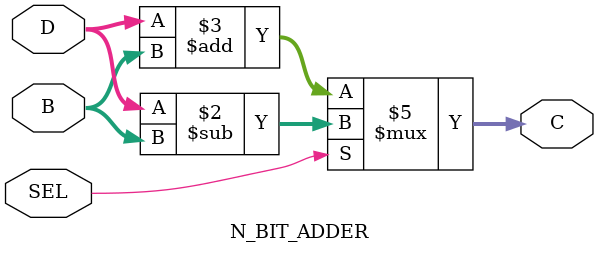
<source format=v>

module N_BIT_ADDER (D,B,SEL,C);
parameter N=18;
input [N-1:0] B;
input [N-1:0] D;
input SEL;
output reg  [N-1:0] C;
always @(*) begin
if (SEL)
C = D-B;
else
C = D+B;
end
endmodule


</source>
